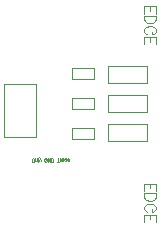
<source format=gbr>
G04*
G04 #@! TF.GenerationSoftware,Altium Limited,Altium Designer,22.4.2 (48)*
G04*
G04 Layer_Color=8388736*
%FSLAX25Y25*%
%MOIN*%
G70*
G04*
G04 #@! TF.SameCoordinates,F1429C7B-AB02-4E32-93F6-432C4BA2DB55*
G04*
G04*
G04 #@! TF.FilePolarity,Positive*
G04*
G01*
G75*
%ADD160C,0.00394*%
%ADD167C,0.00100*%
%ADD168C,0.00118*%
D160*
X190257Y53469D02*
Y55905D01*
X194193D01*
Y53469D01*
X192131Y55905D02*
Y54406D01*
X190257Y52813D02*
X194193D01*
X190257D02*
Y51501D01*
X190444Y50938D01*
X190819Y50564D01*
X191194Y50376D01*
X191756Y50189D01*
X192693D01*
X193256Y50376D01*
X193631Y50564D01*
X194006Y50938D01*
X194193Y51501D01*
Y52813D01*
X191194Y46496D02*
X190819Y46684D01*
X190444Y47058D01*
X190257Y47433D01*
Y48183D01*
X190444Y48558D01*
X190819Y48933D01*
X191194Y49120D01*
X191756Y49308D01*
X192693D01*
X193256Y49120D01*
X193631Y48933D01*
X194006Y48558D01*
X194193Y48183D01*
Y47433D01*
X194006Y47058D01*
X193631Y46684D01*
X193256Y46496D01*
X192693D01*
Y47433D02*
Y46496D01*
X190257Y43160D02*
Y45597D01*
X194193D01*
Y43160D01*
X192131Y45597D02*
Y44097D01*
X190257Y112642D02*
Y115079D01*
X194193D01*
Y112642D01*
X192131Y115079D02*
Y113579D01*
X190257Y111986D02*
X194193D01*
X190257D02*
Y110674D01*
X190444Y110112D01*
X190819Y109737D01*
X191194Y109549D01*
X191756Y109362D01*
X192693D01*
X193256Y109549D01*
X193631Y109737D01*
X194006Y110112D01*
X194193Y110674D01*
Y111986D01*
X191194Y105669D02*
X190819Y105857D01*
X190444Y106232D01*
X190257Y106607D01*
Y107356D01*
X190444Y107731D01*
X190819Y108106D01*
X191194Y108294D01*
X191756Y108481D01*
X192693D01*
X193256Y108294D01*
X193631Y108106D01*
X194006Y107731D01*
X194193Y107356D01*
Y106607D01*
X194006Y106232D01*
X193631Y105857D01*
X193256Y105669D01*
X192693D01*
Y106607D02*
Y105669D01*
X190257Y102333D02*
Y104770D01*
X194193D01*
Y102333D01*
X192131Y104770D02*
Y103270D01*
D167*
X191043Y70138D02*
Y75846D01*
X178248Y70138D02*
X191043D01*
X178248Y75846D02*
X191043D01*
X178248Y79744D02*
X191043D01*
X173543Y70827D02*
Y74370D01*
X178248Y70138D02*
Y75846D01*
X173543Y80827D02*
Y84370D01*
X191043Y79744D02*
Y85453D01*
X178248D02*
X191043D01*
Y89350D02*
Y95059D01*
X178248Y89350D02*
X191043D01*
X178248Y95059D02*
X191043D01*
X178248Y79744D02*
Y85453D01*
X173543Y90827D02*
Y94370D01*
X178248Y89350D02*
Y95059D01*
X166142Y70827D02*
X173543D01*
X166142Y80827D02*
X173543D01*
X166142D02*
Y84370D01*
X173543D01*
X166142Y70827D02*
Y74370D01*
X173543D01*
X143504Y71378D02*
X154134D01*
X143504D02*
Y89291D01*
X154134Y71378D02*
Y89291D01*
X166142Y90827D02*
X173543D01*
X166142D02*
Y94370D01*
X173543D01*
X143504Y89291D02*
X154134D01*
D168*
X153066Y63162D02*
X152954Y63218D01*
X152841Y63330D01*
X152785Y63443D01*
X152729Y63612D01*
Y63893D01*
X152785Y64061D01*
X152841Y64174D01*
X152954Y64286D01*
X153066Y64342D01*
X153291D01*
X153403Y64286D01*
X153516Y64174D01*
X153572Y64061D01*
X153628Y63893D01*
Y63612D01*
X153572Y63443D01*
X153516Y63330D01*
X153403Y63218D01*
X153291Y63162D01*
X153066D01*
X153904Y63555D02*
Y64342D01*
Y63780D02*
X154073Y63612D01*
X154185Y63555D01*
X154354D01*
X154466Y63612D01*
X154523Y63780D01*
Y64342D01*
X154832Y63162D02*
Y64342D01*
X155135Y63555D02*
X155473Y64342D01*
X155810Y63555D02*
X155473Y64342D01*
X155360Y64567D01*
X155248Y64680D01*
X155135Y64736D01*
X155079D01*
X157778Y63443D02*
X157722Y63330D01*
X157610Y63218D01*
X157497Y63162D01*
X157272D01*
X157160Y63218D01*
X157047Y63330D01*
X156991Y63443D01*
X156935Y63612D01*
Y63893D01*
X156991Y64061D01*
X157047Y64174D01*
X157160Y64286D01*
X157272Y64342D01*
X157497D01*
X157610Y64286D01*
X157722Y64174D01*
X157778Y64061D01*
Y63893D01*
X157497D02*
X157778D01*
X158048Y63162D02*
Y64342D01*
Y63162D02*
X158835Y64342D01*
Y63162D02*
Y64342D01*
X159162Y63162D02*
Y64342D01*
Y63162D02*
X159555D01*
X159724Y63218D01*
X159836Y63330D01*
X159893Y63443D01*
X159949Y63612D01*
Y63893D01*
X159893Y64061D01*
X159836Y64174D01*
X159724Y64286D01*
X159555Y64342D01*
X159162D01*
X161535Y63162D02*
Y64342D01*
X161141Y63162D02*
X161928D01*
X162069Y63555D02*
Y64342D01*
Y63893D02*
X162125Y63724D01*
X162237Y63612D01*
X162350Y63555D01*
X162519D01*
X163300D02*
Y64342D01*
Y63724D02*
X163188Y63612D01*
X163075Y63555D01*
X162907D01*
X162794Y63612D01*
X162682Y63724D01*
X162625Y63893D01*
Y64005D01*
X162682Y64174D01*
X162794Y64286D01*
X162907Y64342D01*
X163075D01*
X163188Y64286D01*
X163300Y64174D01*
X164290Y63724D02*
X164177Y63612D01*
X164065Y63555D01*
X163896D01*
X163784Y63612D01*
X163671Y63724D01*
X163615Y63893D01*
Y64005D01*
X163671Y64174D01*
X163784Y64286D01*
X163896Y64342D01*
X164065D01*
X164177Y64286D01*
X164290Y64174D01*
X164543Y63893D02*
X165218D01*
Y63780D01*
X165161Y63668D01*
X165105Y63612D01*
X164993Y63555D01*
X164824D01*
X164711Y63612D01*
X164599Y63724D01*
X164543Y63893D01*
Y64005D01*
X164599Y64174D01*
X164711Y64286D01*
X164824Y64342D01*
X164993D01*
X165105Y64286D01*
X165218Y64174D01*
M02*

</source>
